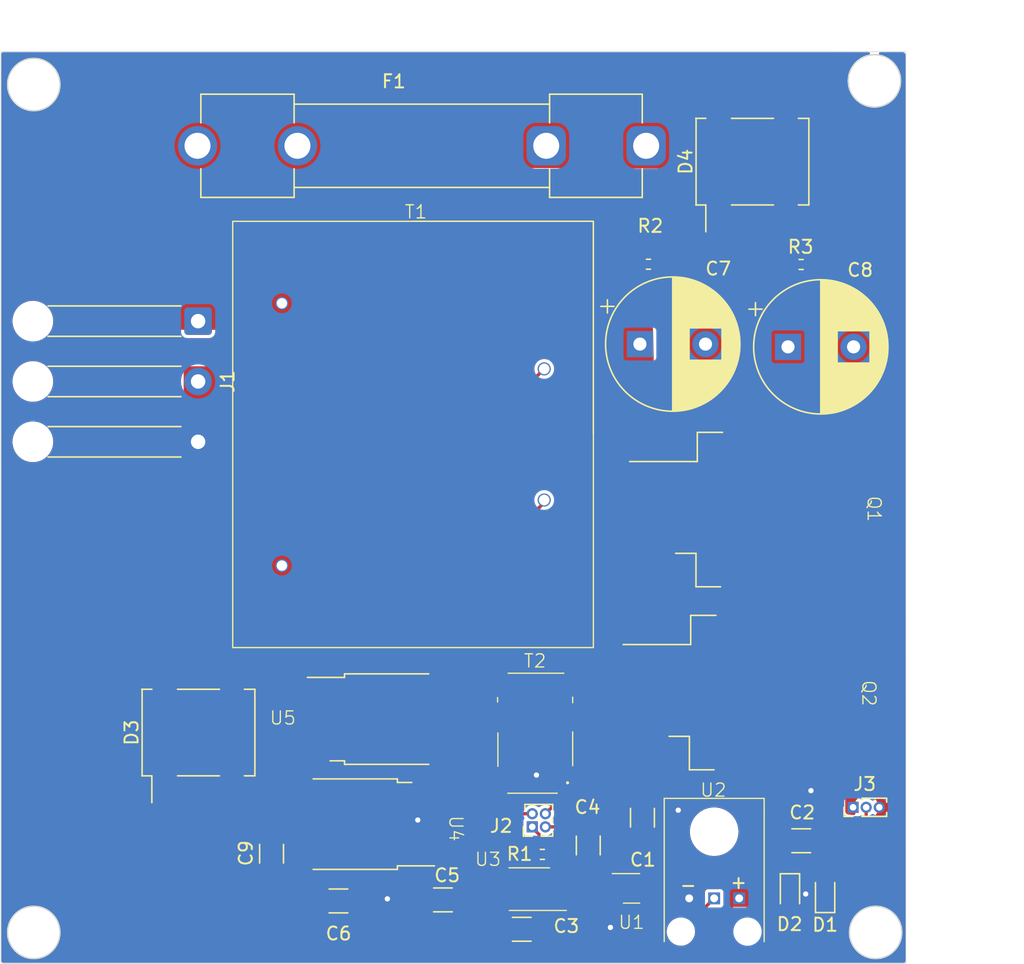
<source format=kicad_pcb>
(kicad_pcb (version 20221018) (generator pcbnew)
  (title_block (title "Tesla Coil") (date "2023-12-01") (comment 1 "Juan Felipe Osorio Franco") (comment 2 "Juan Daniel Gonzalez Gonzalez"))
  (layers (0 "F.Cu" signal) (31 "B.Cu" signal) (34 "B.Paste" user) (35 "F.Paste" user) (36 "B.SilkS" user "B.Silkscreen") (37 "F.SilkS" user "F.Silkscreen") (38 "B.Mask" user) (39 "F.Mask" user) (44 "Edge.Cuts" user))
  (net 0 "")
  (net 1 "+5V")
  (net 2 "GND")
  (net 3 "+15V")
  (net 4 "Net-(U3-OUTA)")
  (net 5 "Net-(J2-Pin_3)")
  (net 6 "VOUT")
  (net 7 "Net-(D4-+)")
  (net 8 "Net-(J3-Pin_3)")
  (net 9 "Net-(D4--)")
  (net 10 "ANT")
  (net 11 "Net-(T1-SA)")
  (net 12 "Net-(T1-SB)")
  (net 13 "HOT")
  (net 14 "Net-(D4-Pad4)")
  (net 15 "NTRL")
  (net 16 "Net-(J2-Pin_1)")
  (net 17 "Net-(J2-Pin_2)")
  (net 18 "Net-(J2-Pin_4)")
  (net 19 "Net-(J3-Pin_1)")
  (net 20 "Net-(Q1-Pad1)")
  (net 21 "Net-(Q2-Pad1)")
  (net 22 "Net-(U3-OUTB)")
  (net 23 "Net-(U1-1Y)")
  (net 24 "Net-(U1-2Y)")
  (net 25 "Net-(U2-OUT)")
  (footprint "TeslaCoil_JDG:AS3010-U-0100-120-S" (layer "F.Cu") (at 104.42 82.18)
    (fp_text reference "T1" (at 0.22 -16.97 unlocked) (layer "F.SilkS") (effects (font (thickness 0.1))))
    (fp_text value "Transformer_1P_1S" hide)
    (pad "1" thru_hole circle (at -10 -10) (size 1 1) (drill 0.8) (layers "*.Cu" "*.Mask") (net 13 "HOT"))
    (pad "2" thru_hole circle (at -10 10) (size 1 1) (drill 0.8) (layers "*.Cu" "*.Mask") (net 15 "NTRL"))
    (pad "3" thru_hole circle (at 10 5) (size 1 1) (drill 0.8) (layers "*.Cu" "*.Mask") (net 11 "Net-(T1-SA)"))
    (pad "4" thru_hole circle (at 10 -5) (size 1 1) (drill 0.8) (layers "*.Cu" "*.Mask") (net 12 "Net-(T1-SB)"))
  )
  (footprint "Diode_SMD:Diode_Bridge_Vishay_DFS" (layer "F.Cu") (at 130.3 61.38 90)
    (fp_text reference "D4" (at 0 -5.1 90) (layer "F.SilkS"))
    (fp_text value "DF206S-G")
    (pad "1" smd rect (at -4.37 -2.55 90) (size 2 1.5) (layers "F.Cu" "F.Paste" "F.Mask") (net 7 "Net-(D4-+)"))
    (pad "2" smd rect (at -4.37 2.55 90) (size 2 1.5) (layers "F.Cu" "F.Paste" "F.Mask") (net 9 "Net-(D4--)"))
    (pad "3" smd rect (at 4.37 2.55 90) (size 2 1.5) (layers "F.Cu" "F.Paste" "F.Mask") (net 13 "HOT"))
    (pad "4" smd rect (at 4.37 -2.55 90) (size 2 1.5) (layers "F.Cu" "F.Paste" "F.Mask") (net 14 "Net-(D4-Pad4)"))
  )
  (footprint "Capacitor_SMD:C_1206_3216Metric" (layer "F.Cu") (at 106.7 117.67)
    (fp_text reference "C5" (at 0.32 -1.87) (layer "F.SilkS"))
    (fp_text value "100u" hide)
    (pad "1" smd roundrect (at -1.475 0) (size 1.15 1.8) (layers "F.Cu" "F.Paste" "F.Mask") (roundrect_rratio 0.2173913043) (net 6 "VOUT"))
    (pad "2" smd roundrect (at 1.475 0) (size 1.15 1.8) (layers "F.Cu" "F.Paste" "F.Mask") (roundrect_rratio 0.2173913043) (net 2 "GND"))
  )
  (footprint "Connector_PinHeader_1.00mm:PinHeader_1x03_P1.00mm_Vertical" (layer "F.Cu") (at 137.97 110.61 90)
    (fp_text reference "J3" (at 1.77 0.89 180) (layer "F.SilkS"))
    (fp_text value "Conn_01x03_Pin" hide)
    (pad "1" thru_hole rect (at 0 0 90) (size 0.85 0.85) (drill 0.5) (layers "*.Cu" "*.Mask") (net 19 "Net-(J3-Pin_1)"))
    (pad "2" thru_hole oval (at 0 1 90) (size 0.85 0.85) (drill 0.5) (layers "*.Cu" "*.Mask") (net 10 "ANT"))
    (pad "3" thru_hole oval (at 0 2 90) (size 0.85 0.85) (drill 0.5) (layers "*.Cu" "*.Mask") (net 8 "Net-(J3-Pin_3)"))
  )
  (footprint "Connector_PinHeader_1.00mm:PinHeader_2x02_P1.00mm_Vertical" (layer "F.Cu") (at 113.51 112.1 90)
    (fp_text reference "J2" (at 0.07 -2.37) (layer "F.SilkS"))
    (fp_text value "Conn_02x02_Counter_Clockwise" hide)
    (pad "1" thru_hole rect (at 0 0 90) (size 0.85 0.85) (drill 0.5) (layers "*.Cu" "*.Mask") (net 16 "Net-(J2-Pin_1)"))
    (pad "2" thru_hole oval (at 1 0 90) (size 0.85 0.85) (drill 0.5) (layers "*.Cu" "*.Mask") (net 17 "Net-(J2-Pin_2)"))
    (pad "3" thru_hole oval (at 0 1 90) (size 0.85 0.85) (drill 0.5) (layers "*.Cu" "*.Mask") (net 5 "Net-(J2-Pin_3)"))
    (pad "4" thru_hole oval (at 1 1 90) (size 0.85 0.85) (drill 0.5) (layers "*.Cu" "*.Mask") (net 18 "Net-(J2-Pin_4)"))
  )
  (footprint "TeslaCoil_JDG:STGB19NC60KDT4" (layer "F.Cu") (at 129.4425 87.895)
    (fp_text reference "Q1" (at 10.1375 -0.035 -90 unlocked) (layer "F.SilkS") (effects (font (thickness 0.1))))
    (fp_text value "~" hide)
    (pad "1" smd roundrect (at -6.7125 -2.565) (size 3.5 1.6) (layers "F.Cu" "F.Paste" "F.Mask") (roundrect_rratio 0.227273125) (net 20 "Net-(Q1-Pad1)"))
    (pad "2" smd roundrect (at 3.5625 -0.025) (size 9.75 12.2) (layers "F.Cu" "F.Mask") (roundrect_rratio 0.026596) (net 7 "Net-(D4-+)"))
    (pad "3" smd roundrect (at -6.7125 2.515) (size 3.5 1.6) (layers "F.Cu" "F.Paste" "F.Mask") (roundrect_rratio 0.227273125) (net 19 "Net-(J3-Pin_1)"))
  )
  (footprint "Capacitor_SMD:C_1206_3216Metric" (layer "F.Cu") (at 112.71 119.91)
    (fp_text reference "C3" (at 3.4 -0.24 180) (layer "F.SilkS"))
    (fp_text value "1u" hide)
    (pad "1" smd roundrect (at -1.475 0) (size 1.15 1.8) (layers "F.Cu" "F.Paste" "F.Mask") (roundrect_rratio 0.2173913043) (net 3 "+15V"))
    (pad "2" smd roundrect (at 1.475 0) (size 1.15 1.8) (layers "F.Cu" "F.Paste" "F.Mask") (roundrect_rratio 0.2173913043) (net 2 "GND"))
  )
  (footprint "Capacitor_SMD:C_1206_3216Metric" (layer "F.Cu") (at 117.78 113.52 90)
    (fp_text reference "C4" (at 2.92 -0.06 180) (layer "F.SilkS"))
    (fp_text value "1u" hide)
    (pad "1" smd roundrect (at -1.475 0 90) (size 1.15 1.8) (layers "F.Cu" "F.Paste" "F.Mask") (roundrect_rratio 0.2173913043) (net 4 "Net-(U3-OUTA)"))
    (pad "2" smd roundrect (at 1.475 0 90) (size 1.15 1.8) (layers "F.Cu" "F.Paste" "F.Mask") (roundrect_rratio 0.2173913043) (net 5 "Net-(J2-Pin_3)"))
  )
  (footprint "Resistor_SMD:R_0402_1005Metric" (layer "F.Cu") (at 114.28 114.2)
    (fp_text reference "R1" (at -1.74 -0.03) (layer "F.SilkS"))
    (fp_text value "4.7" hide)
    (pad "1" smd roundrect (at -0.51 0) (size 0.54 0.64) (layers "F.Cu" "F.Paste" "F.Mask") (net 22 "Net-(U3-OUTB)"))
    (pad "2" smd roundrect (at 0.51 0) (size 0.54 0.64) (layers "F.Cu" "F.Paste" "F.Mask") (net 16 "Net-(J2-Pin_1)"))
  )
  (footprint "Fuse:Fuseholder_Clip-6.3x32mm_Littelfuse_102_122_Inline_P34.21x7.62mm_D1.98mm_Horizontal" (layer "F.Cu") (at 122.195 60.17 180)
    (fp_text reference "F1" (at 19.245 4.91) (layer "F.SilkS"))
    (fp_text value "4A")
    (pad "1" thru_hole roundrect (at 0 0 180) (size 3 3) (drill 1.98) (layers "*.Cu" "*.Mask") (net 14 "Net-(D4-Pad4)"))
    (pad "1" thru_hole roundrect (at 7.62 0 180) (size 3 3) (drill 1.98) (layers "*.Cu" "*.Mask") (net 14 "Net-(D4-Pad4)"))
    (pad "2" thru_hole circle (at 26.59 0 180) (size 3 3) (drill 1.98) (layers "*.Cu" "*.Mask") (net 15 "NTRL"))
    (pad "2" thru_hole circle (at 34.21 0 180) (size 3 3) (drill 1.98) (layers "*.Cu" "*.Mask") (net 15 "NTRL"))
  )
  (footprint "TeslaCoil_JDG:L7805ABD2T-TR" (layer "F.Cu") (at 100.965 111.895 180)
    (fp_text reference "U4" (at -6.725 -0.335 270 unlocked) (layer "F.SilkS") (effects (font (thickness 0.1))))
    (fp_text value "7815L" hide)
    (pad "1" smd roundrect (at -3.99 -2.286 180) (size 2.8 1.5) (layers "F.Cu" "F.Paste" "F.Mask") (roundrect_rratio 0.2083333333) (net 6 "VOUT"))
    (pad "2" smd roundrect (at 2.26 0 180) (size 6.1 6.3) (layers "F.Cu" "F.Mask") (roundrect_rratio 0.04310295082) (net 2 "GND"))
    (pad "3" smd roundrect (at -3.99 2.286 180) (size 2.8 1.5) (layers "F.Cu" "F.Paste" "F.Mask") (roundrect_rratio 0.2083333333) (net 3 "+15V"))
  )
  (footprint "TeslaCoil_JDG:SN74LVC2G14-Q1" (layer "F.Cu") (at 121.08 116.84 -90)
    (fp_text reference "U1" (at 2.54 0 unlocked) (layer "F.SilkS") (effects (font (thickness 0.1))))
    (fp_text value "~" hide)
    (pad "1" smd rect (at -0.65 1.1 270) (size 0.35 0.85) (layers "F.Cu" "F.Paste" "F.Mask") (net 10 "ANT"))
    (pad "2" smd rect (at 0 1.1 270) (size 0.35 0.85) (layers "F.Cu" "F.Paste" "F.Mask") (net 2 "GND"))
    (pad "3" smd rect (at 0.65 1.1 270) (size 0.35 0.85) (layers "F.Cu" "F.Paste" "F.Mask") (net 23 "Net-(U1-1Y)"))
    (pad "4" smd rect (at 0.65 -1.1 270) (size 0.35 0.85) (layers "F.Cu" "F.Paste" "F.Mask") (net 24 "Net-(U1-2Y)"))
    (pad "5" smd rect (at 0 -1.1 270) (size 0.35 0.85) (layers "F.Cu" "F.Paste" "F.Mask") (net 1 "+5V"))
    (pad "6" smd rect (at -0.65 -1.1 270) (size 0.35 0.85) (layers "F.Cu" "F.Paste" "F.Mask") (net 23 "Net-(U1-1Y)"))
  )
  (footprint "Capacitor_SMD:C_1206_3216Metric" (layer "F.Cu") (at 98.73 117.75)
    (fp_text reference "C6" (at 0.01 2.49) (layer "F.SilkS"))
    (fp_text value "100u" hide)
    (pad "1" smd roundrect (at -1.475 0) (size 1.15 1.8) (layers "F.Cu" "F.Paste" "F.Mask") (roundrect_rratio 0.2173913043) (net 3 "+15V"))
    (pad "2" smd roundrect (at 1.475 0) (size 1.15 1.8) (layers "F.Cu" "F.Paste" "F.Mask") (roundrect_rratio 0.2173913043) (net 2 "GND"))
  )
  (footprint "Resistor_SMD:R_0402_1005Metric" (layer "F.Cu") (at 134.01 69.22)
    (fp_text reference "R3" (at -0.04 -1.34) (layer "F.SilkS"))
    (fp_text value "100k" hide)
    (pad "1" smd roundrect (at -0.51 0) (size 0.54 0.64) (layers "F.Cu" "F.Paste" "F.Mask") (net 8 "Net-(J3-Pin_3)"))
    (pad "2" smd roundrect (at 0.51 0) (size 0.54 0.64) (layers "F.Cu" "F.Paste" "F.Mask") (net 9 "Net-(D4--)"))
  )
  (footprint "Diode_SMD:D_0603_1608Metric" (layer "F.Cu") (at 135.84 117.15 90)
    (fp_text reference "D1" (at -2.42 0 180) (layer "F.SilkS"))
    (fp_text value "D" hide)
    (pad "1" smd roundrect (at -0.7875 0 90) (size 0.875 0.95) (layers "F.Cu" "F.Paste" "F.Mask") (net 1 "+5V"))
    (pad "2" smd roundrect (at 0.7875 0 90) (size 0.875 0.95) (layers "F.Cu" "F.Paste" "F.Mask") (net 10 "ANT"))
  )
  (footprint "Capacitor_SMD:C_1206_3216Metric" (layer "F.Cu") (at 93.63 114.15 -90)
    (fp_text reference "C9" (at -0.04 1.96 -90) (layer "F.SilkS"))
    (fp_text value "100u" hide)
    (pad "1" smd roundrect (at -1.475 0 270) (size 1.15 1.8) (layers "F.Cu" "F.Paste" "F.Mask") (roundrect_rratio 0.2173913043) (net 1 "+5V"))
    (pad "2" smd roundrect (at 1.475 0 270) (size 1.15 1.8) (layers "F.Cu" "F.Paste" "F.Mask") (roundrect_rratio 0.2173913043) (net 2 "GND"))
  )
  (footprint "TeslaCoil_JDG:UCC27425" (layer "F.Cu") (at 113.26 116.925 180)
    (fp_text reference "U3" (at 3.13 2.345 unlocked) (layer "F.SilkS") (effects (font (thickness 0.1))))
    (fp_text value "~" hide)
    (pad "1" smd roundrect (at -2.2 -0.955 270) (size 0.45 1.4) (layers "*.Mask" "F.Cu" "F.Paste") (net 25 "Net-(U2-OUT)"))
    (pad "2" smd roundrect (at -2.2 -0.305 270) (size 0.45 1.4) (layers "*.Mask" "F.Cu" "F.Paste") (net 24 "Net-(U1-2Y)"))
    (pad "3" smd roundrect (at -2.2 0.345 270) (size 0.45 1.4) (layers "F.Cu" "F.Paste" "F.Mask") (net 2 "GND"))
    (pad "4" smd roundrect (at -2.2 0.995 270) (size 0.45 1.4) (layers "*.Mask" "F.Cu" "F.Paste") (net 24 "Net-(U1-2Y)"))
    (pad "5" smd roundrect (at 2.2 0.995 270) (size 0.45 1.4) (layers "*.Mask" "F.Cu" "F.Paste") (net 22 "Net-(U3-OUTB)"))
    (pad "6" smd roundrect (at 2.2 0.345 270) (size 0.45 1.4) (layers "*.Mask" "F.Cu" "F.Paste") (net 3 "+15V"))
    (pad "7" smd roundrect (at 2.2 -0.305 270) (size 0.45 1.4) (layers "*.Mask" "F.Cu" "F.Paste") (net 4 "Net-(U3-OUTA)"))
    (pad "8" smd roundrect (at 2.2 -0.955 270) (size 0.45 1.4) (layers "F.Cu" "F.Paste" "B.Mask") (net 25 "Net-(U2-OUT)"))
  )
  (footprint "Capacitor_THT:CP_Radial_D10.0mm_P5.00mm" (layer "F.Cu") (at 121.72 75.29)
    (fp_text reference "C7" (at 5.97 -5.75) (layer "F.SilkS"))
    (fp_text value "47u" hide)
    (pad "1" thru_hole rect (at 0 0) (size 2 2) (drill 1) (layers "*.Cu" "*.Mask") (net 7 "Net-(D4-+)"))
    (pad "2" thru_hole circle (at 5 0) (size 2 2) (drill 1) (layers "*.Cu" "*.Mask") (net 8 "Net-(J3-Pin_3)"))
  )
  (footprint "TeslaCoil_JDG:L7805ABD2T-TR" (layer "F.Cu") (at 101.455 103.885)
    (fp_text reference "U5" (at -6.965 -0.085 unlocked) (layer "F.SilkS") (effects (font (thickness 0.1))))
    (fp_text value "78L05Z" hide)
    (pad "1" smd roundrect (at -3.99 -2.286) (size 2.8 1.5) (layers "F.Cu" "F.Paste" "F.Mask") (roundrect_rratio 0.2083333333) (net 6 "VOUT"))
    (pad "2" smd roundrect (at 2.26 0) (size 6.1 6.3) (layers "F.Cu" "F.Mask") (roundrect_rratio 0.04310295082) (net 2 "GND"))
    (pad "3" smd roundrect (at -3.99 2.286) (size 2.8 1.5) (layers "F.Cu" "F.Paste" "F.Mask") (roundrect_rratio 0.2083333333) (net 1 "+5V"))
  )
  (footprint "TeslaCoil_JDG:STGB19NC60KDT4" (layer "F.Cu") (at 128.94 101.85)
    (fp_text reference "Q2" (at 10.24 0.06 -90 unlocked) (layer "F.SilkS") (effects (font (thickness 0.1))))
    (fp_text value "~" hide)
    (pad "1" smd roundrect (at -6.7125 -2.565) (size 3.5 1.6) (layers "F.Cu" "F.Paste" "F.Mask") (roundrect_rratio 0.227273125) (net 21 "Net-(Q2-Pad1)"))
    (pad "2" smd roundrect (at 3.5625 -0.025) (size 9.75 12.2) (layers "F.Cu" "F.Mask") (roundrect_rratio 0.026596) (net 19 "Net-(J3-Pin_1)"))
    (pad "3" smd roundrect (at -6.7125 2.515) (size 3.5 1.6) (layers "F.Cu" "F.Paste" "F.Mask") (roundrect_rratio 0.227273125) (net 9 "Net-(D4--)"))
  )
  (footprint "Capacitor_THT:CP_Radial_D10.0mm_P5.00mm" (layer "F.Cu") (at 133.01 75.5)
    (fp_text reference "C8" (at 5.5 -5.86) (layer "F.SilkS"))
    (fp_text value "47u" hide)
    (pad "1" thru_hole rect (at 0 0) (size 2 2) (drill 1) (layers "*.Cu" "*.Mask") (net 8 "Net-(J3-Pin_3)"))
    (pad "2" thru_hole circle (at 5 0) (size 2 2) (drill 1) (layers "*.Cu" "*.Mask") (net 9 "Net-(D4--)"))
  )
  (footprint "Resistor_SMD:R_0402_1005Metric" (layer "F.Cu") (at 122.37 69.2)
    (fp_text reference "R2" (at 0.14 -2.92) (layer "F.SilkS"))
    (fp_text value "100K" hide)
    (pad "1" smd roundrect (at -0.51 0) (size 0.54 0.64) (layers "F.Cu" "F.Paste" "F.Mask") (net 7 "Net-(D4-+)"))
    (pad "2" smd roundrect (at 0.51 0) (size 0.54 0.64) (layers "F.Cu" "F.Paste" "F.Mask") (net 8 "Net-(J3-Pin_3)"))
  )
  (footprint "Diode_SMD:D_0603_1608Metric" (layer "F.Cu") (at 133.16 117.16 -90)
    (fp_text reference "D2" (at 2.36 0.03 -180) (layer "F.SilkS"))
    (fp_text value "D" hide)
    (pad "1" smd roundrect (at -0.7875 0 270) (size 0.875 0.95) (layers "F.Cu" "F.Paste" "F.Mask") (net 10 "ANT"))
    (pad "2" smd roundrect (at 0.7875 0 270) (size 0.875 0.95) (layers "F.Cu" "F.Paste" "F.Mask") (net 2 "GND"))
  )
  (footprint "Diode_SMD:Diode_Bridge_Vishay_DFS" (layer "F.Cu") (at 88.06 104.91 90)
    (fp_text reference "D3" (at 0 -5.1 90) (layer "F.SilkS"))
    (fp_text value "DF005s" hide)
    (pad "1" smd rect (at -4.37 -2.55 90) (size 2 1.5) (layers "F.Cu" "F.Paste" "F.Mask") (net 6 "VOUT"))
    (pad "2" smd rect (at -4.37 2.55 90) (size 2 1.5) (layers "F.Cu" "F.Paste" "F.Mask") (net 2 "GND"))
    (pad "3" smd rect (at 4.37 2.55 90) (size 2 1.5) (layers "F.Cu" "F.Paste" "F.Mask") (net 11 "Net-(T1-SA)"))
    (pad "4" smd rect (at 4.37 -2.55 90) (size 2 1.5) (layers "F.Cu" "F.Paste" "F.Mask") (net 12 "Net-(T1-SB)"))
  )
  (footprint "Connector_Wire:SolderWire-0.5sqmm_1x03_P4.6mm_D0.9mm_OD2.1mm_Relief" (layer "F.Cu") (at 88.03 73.54 -90)
    (fp_text reference "J1" (at 4.6 -2.25 90) (layer "F.SilkS"))
    (fp_text value "Conn_01x03_Pin")
    (pad "" np_thru_hole circle (at 0 12.6 270) (size 2.6 2.6) (drill 2.6) (layers "*.Cu" "*.Mask"))
    (pad "" np_thru_hole circle (at 4.6 12.6 270) (size 2.6 2.6) (drill 2.6) (layers "*.Cu" "*.Mask"))
    (pad "" np_thru_hole circle (at 9.2 12.6 270) (size 2.6 2.6) (drill 2.6) (layers "*.Cu" "*.Mask"))
    (pad "1" thru_hole circle (at 4.6 0 270) (size 2.1 2.1) (drill 1.1) (layers "*.Cu" "*.Mask") (net 13 "HOT"))
    (pad "2" thru_hole circle (at 9.2 0 270) (size 2.1 2.1) (drill 1.1) (layers "*.Cu" "*.Mask") (net 2 "GND"))
    (pad "3" thru_hole roundrect (at 0 0 270) (size 2.1 2.1) (drill 1.1) (layers "*.Cu" "*.Mask") (roundrect_rratio 0.1190480952) (net 15 "NTRL"))
  )
  (footprint "Capacitor_SMD:C_1206_3216Metric" (layer "F.Cu") (at 134.02 113.16)
    (fp_text reference "C2" (at 0.07 -2.15) (layer "F.SilkS"))
    (fp_text value "1u" hide)
    (pad "1" smd roundrect (at -1.475 0) (size 1.15 1.8) (layers "F.Cu" "F.Paste" "F.Mask") (roundrect_rratio 0.2173913043) (net 1 "+5V"))
    (pad "2" smd roundrect (at 1.475 0) (size 1.15 1.8) (layers "F.Cu" "F.Paste" "F.Mask") (roundrect_rratio 0.2173913043) (net 2 "GND"))
  )
  (footprint "Capacitor_SMD:C_1206_3216Metric" (layer "F.Cu") (at 121.91 111.4 90)
    (fp_text reference "C1" (at -3.21 0.03 180) (layer "F.SilkS"))
    (fp_text value "1u" hide)
    (pad "1" smd roundrect (at -1.475 0 90) (size 1.15 1.8) (layers "F.Cu" "F.Paste" "F.Mask") (roundrect_rratio 0.2173913043) (net 1 "+5V"))
    (pad "2" smd roundrect (at 1.475 0 90) (size 1.15 1.8) (layers "F.Cu" "F.Paste" "F.Mask") (roundrect_rratio 0.2173913043) (net 2 "GND"))
  )
  (footprint "TeslaCoil_JDG:IF-D95T" (layer "F.Cu") (at 127.367418 115.410448 180)
    (fp_text reference "U2" (at 0.047418 6.110448 unlocked) (layer "F.SilkS") (effects (font (thickness 0.1))))
    (fp_text value "~" hide)
    (fp_text user "-" (at 1.247418 -0.687052 180 unlocked) (layer "F.SilkS") (effects (justify left bottom)))
    (fp_text user "+" (at -2.592582 -0.467052 180 unlocked) (layer "F.SilkS") (effects (justify left bottom)))
    (pad "" np_thru_hole circle (at -2.552582 -4.679552 180) (size 1.65 1.65) (drill 1.65) (layers "F&B.Cu" "*.Mask"))
    (pad "" np_thru_hole circle (at -0.012582 2.940448 180) (size 3.2 3.2) (drill 3.2) (layers "F&B.Cu" "*.Mask"))
    (pad "" np_thru_hole circle (at 2.527418 -4.679552 180) (size 1.65 1.65) (drill 1.65) (layers "F&B.Cu" "*.Mask"))
    (pad "1" thru_hole rect (at -1.917582 -2.139552 180) (size 0.9 0.9) (drill 0.6) (layers "*.Cu" "*.Mask") (net 1 "+5V"))
    (pad "2" thru_hole rect (at -0.012582 -2.139552 180) (size 0.9 0.9) (drill 0.6) (layers "*.Cu" "*.Mask") (net 25 "Net-(U2-OUT)"))
    (pad "3" thru_hole rect (at 1.892418 -2.139552 180) (size 0.9 0.9) (drill 0.6) (layers "*.Cu" "*.Mask") (net 2 "GND"))
  )
  (footprint "TeslaCoil_JDG:PA2002NL" (layer "F.Cu") (at 113.74 104.96 90)
    (fp_text reference "T2" (at 5.51 -0.02 unlocked) (layer "F.SilkS") (effects (font (thickness 0.1))))
    (fp_text value "~" hide)
    (pad "1" smd rect (at -3.81 3.49 90) (size 1.52 1.27) (layers "F.Cu" "F.Paste" "F.Mask") (net 18 "Net-(J2-Pin_4)"))
    (pad "3" smd rect (at 1.27 3.49 90) (size 1.52 1.27) (layers "F.Cu" "F.Paste") (net 19 "Net-(J3-Pin_1)"))
    (pad "4" smd rect (at 3.81 3.49 90) (size 1.52 1.27) (layers "F.Cu" "F.Paste" "F.Mask") (net 21 "Net-(Q2-Pad1)"))
    (pad "5" smd rect (at 3.81 -3.49 90) (size 1.52 1.27) (layers "F.Cu" "F.Paste" "F.Mask") (net 9 "Net-(D4--)"))
    (pad "6" smd rect (at 1.27 -3.49 90) (size 1.52 1.27) (layers "F.Cu" "F.Paste") (net 20 "Net-(Q1-Pad1)"))
    (pad "8" smd rect (at -3.81 -3.49 90) (size 1.52 1.27) (layers "F.Cu" "F.Paste" "F.Mask") (net 17 "Net-(J2-Pin_2)"))
  )
  (gr_circle (center 139.69 120.15) (end 141.69 120.15) (stroke (width 0.1)) (fill none) (layer "Edge.Cuts"))
  (gr_circle (center 139.6 55.22) (end 141.6 55.22) (stroke (width 0.1)) (fill none) (layer "Edge.Cuts"))
  (gr_circle (center 75.5 120.15) (end 77.5 120.15) (stroke (width 0.1)) (fill none) (layer "Edge.Cuts"))
  (gr_rect (start 73 53) (end 142 122.5) (stroke (width 0.05)) (fill none) (layer "Edge.Cuts"))
  (gr_circle (center 75.5 55.5) (end 77.5 55.5) (stroke (width 0.1)) (fill none) (layer "Edge.Cuts"))
  (via (at 134.76 109.34) (size 0.8) (drill 0.4) (layers "F.Cu" "B.Cu") (net 2))
  (via (at 113.83 108.15) (size 0.8) (drill 0.4) (layers "F.Cu" "B.Cu") (net 2))
  (via (at 119.47 119.77) (size 0.8) (drill 0.4) (layers "F.Cu" "B.Cu") (net 2))
  (via (at 104.78 111.58) (size 0.8) (drill 0.4) (layers "F.Cu" "B.Cu") (net 2))
  (via (at 124.64 110.83) (size 0.8) (drill 0.4) (layers "F.Cu" "B.Cu") (net 2))
  (via (at 102.46 117.59) (size 0.8) (drill 0.4) (layers "F.Cu" "B.Cu") (net 2))
  (via (at 134.36 117.22) (size 0.8) (drill 0.4) (layers "F.Cu" "B.Cu") (net 2))
  (segment (start 113.963718 114.995) (end 113.53 115.428718) (width 0.25) (layer "F.Cu") (net 4))
  (segment (start 113.53 117.11) (end 113.41 117.23) (width 0.25) (layer "F.Cu") (net 4))
  (segment (start 113.53 115.428718) (end 113.53 117.11) (width 0.25) (layer "F.Cu") (net 4))
  (segment (start 117.78 114.995) (end 113.963718 114.995) (width 0.25) (layer "F.Cu") (net 4))
  (segment (start 113.41 117.23) (end 111.06 117.23) (width 0.25) (layer "F.Cu") (net 4))
  (segment (start 114.51 112.1) (end 117.725 112.1) (width 0.25) (layer "F.Cu") (net 5))
  (segment (start 117.725 112.1) (end 117.78 112.045) (width 0.25) (layer "F.Cu") (net 5))
  (segment (start 120.09 108.62) (end 119.89 108.82) (width 0.25) (layer "F.Cu") (net 10))
  (segment (start 138.97 113.2325) (end 138.97 110.61) (width 0.25) (layer "F.Cu") (net 10))
  (segment (start 133.0575 109.5175) (end 132.3075 109.5175) (width 0.25) (layer "F.Cu") (net 10))
  (segment (start 132.3075 109.5175) (end 131.41 108.62) (width 0.25) (layer "F.Cu") (net 10))
  (segment (start 133.445 115.265) (end 134.12 114.59) (width 0.25) (layer "F.Cu") (net 10))
  (segment (start 131.41 108.62) (end 120.09 108.62) (width 0.25) (layer "F.Cu") (net 10))
  (segment (start 134.12 114.59) (end 134.12 110.58) (width 0.25) (layer "F.Cu") (net 10))
  (segment (start 135.83 116.3725) (end 135.84 116.3625) (width 0.25) (layer "F.Cu") (net 10))
  (segment (start 119.98 108.91) (end 119.98 116.19) (width 0.25) (layer "F.Cu") (net 10))
  (segment (start 135.84 116.3625) (end 138.97 113.2325) (width 0.25) (layer "F.Cu") (net 10))
  (segment (start 133.16 116.3725) (end 135.83 116.3725) (width 0.25) (layer "F.Cu") (net 10))
  (segment (start 133.445 116.0875) (end 133.445 115.265) (width 0.25) (layer "F.Cu") (net 10))
  (segment (start 133.16 116.3725) (end 133.445 116.0875) (width 0.25) (layer "F.Cu") (net 10))
  (segment (start 119.89 108.82) (end 119.98 108.91) (width 0.25) (layer "F.Cu") (net 10))
  (segment (start 134.12 110.58) (end 133.0575 109.5175) (width 0.25) (layer "F.Cu") (net 10))
  (segment (start 114.42 87.37) (end 114.42 87.18) (width 0.25) (layer "F.Cu") (net 11))
  (segment (start 94.01 97.14) (end 104.65 97.14) (width 0.25) (layer "F.Cu") (net 11))
  (segment (start 90.61 100.54) (end 94.01 97.14) (width 0.25) (layer "F.Cu") (net 11))
  (segment (start 104.65 97.14) (end 114.42 87.37) (width 0.25) (layer "F.Cu") (net 11))
  (segment (start 110.71 85.82) (end 110.71 80.89) (width 0.25) (layer "F.Cu") (net 12))
  (segment (start 85.51 100.54) (end 89.36 96.69) (width 0.25) (layer "F.Cu") (net 12))
  (segment (start 89.36 96.69) (end 91.91 96.69) (width 0.25) (layer "F.Cu") (net 12))
  (segment (start 101.35 95.18) (end 110.71 85.82) (width 0.25) (layer "F.Cu") (net 12))
  (segment (start 93.42 95.18) (end 101.35 95.18) (width 0.25) (layer "F.Cu") (net 12))
  (segment (start 91.91 96.69) (end 93.42 95.18) (width 0.25) (layer "F.Cu") (net 12))
  (segment (start 110.71 80.89) (end 114.42 77.18) (width 0.25) (layer "F.Cu") (net 12))
  (segment (start 114.79 113.440661) (end 114.79 114.2) (width 0.25) (layer "F.Cu") (net 16))
  (segment (start 113.51 112.1) (end 113.51 112.160661) (width 0.25) (layer "F.Cu") (net 16))
  (segment (start 113.51 112.160661) (end 114.79 113.440661) (width 0.25) (layer "F.Cu") (net 16))
  (segment (start 110.25 108.97) (end 112.38 111.1) (width 0.25) (layer "F.Cu") (net 17))
  (segment (start 112.38 111.1) (end 113.51 111.1) (width 0.25) (layer "F.Cu") (net 17))
  (segment (start 110.25 108.77) (end 110.25 108.97) (width 0.25) (layer "F.Cu") (net 17))
  (segment (start 116.84 108.77) (end 117.23 108.77) (width 0.25) (layer "F.Cu") (net 18))
  (segment (start 114.51 111.1) (end 116.84 108.77) (width 0.25) (layer "F.Cu") (net 18))
  (segment (start 111.06 115.93) (end 112.04 115.93) (width 0.25) (layer "F.Cu") (net 22))
  (segment (start 112.04 115.93) (end 113.77 114.2) (width 0.25) (layer "F.Cu") (net 22))
  (segment (start 121.505 116.19) (end 122.18 116.19) (width 0.25) (layer "F.Cu") (net 23))
  (segment (start 119.98 117.49) (end 120.655 117.49) (width 0.25) (layer "F.Cu") (net 23))
  (segment (start 121.43 116.265) (end 121.505 116.19) (width 0.25) (layer "F.Cu") (net 23))
  (segment (start 121.43 116.715) (end 121.43 116.265) (width 0.25) (layer "F.Cu") (net 23))
  (segment (start 120.655 117.49) (end 121.43 116.715) (width 0.25) (layer "F.Cu") (net 23))
  (segment (start 115.46 115.93) (end 114.791282 115.93) (width 0.25) (layer "F.Cu") (net 24))
  (segment (start 114.435 116.925) (end 114.74 117.23) (width 0.25) (layer "F.Cu") (net 24))
  (segment (start 115.46 117.23) (end 117.69 117.23) (width 0.25) (layer "F.Cu") (net 24))
  (segment (start 114.74 117.23) (end 115.46 117.23) (width 0.25) (layer "F.Cu") (net 24))
  (segment (start 117.69 117.23) (end 118.45 117.99) (width 0.25) (layer "F.Cu") (net 24))
  (segment (start 114.435 116.286282) (end 114.435 116.925) (width 0.25) (layer "F.Cu") (net 24))
  (segment (start 121.68 117.99) (end 122.18 117.49) (width 0.25) (layer "F.Cu") (net 24))
  (segment (start 114.791282 115.93) (end 114.435 116.286282) (width 0.25) (layer "F.Cu") (net 24))
  (segment (start 118.45 117.99) (end 121.68 117.99) (width 0.25) (layer "F.Cu") (net 24))
  (segment (start 116.02 118.44) (end 115.46 117.88) (width 0.25) (layer "F.Cu") (net 25))
  (segment (start 111.06 117.88) (end 115.46 117.88) (width 0.25) (layer "F.Cu") (net 25))
  (segment (start 127.38 117.55) (end 126.49 118.44) (width 0.25) (layer "F.Cu") (net 25))
  (segment (start 126.49 118.44) (end 116.02 118.44) (width 0.25) (layer "F.Cu") (net 25))
  (zone (net 1) (net_name "+5V") (layer "F.Cu") (priority 1) (connect_pads yes (clearance 0.3)) (min_thickness 0.25) (fill yes (thermal_gap 0.5) (thermal_bridge_width 0.5) (smoothing fillet) (radius 0.25) (island_removal_mode 1) (island_area_min 10))
    (polygon (pts (xy 98.78 105.41) (xy 98.75 106.9) (xy 95.01 106.89) (xy 94.82 113.48) (xy 92.19 113.45) (xy 92.21 121.33) (xy 123.38 121.29) (xy 123.37 120.4) (xy 128.1 120.3) (xy 128.12 115.78) (xy 123.69 115.71) (xy 123.72 116.96) (xy 121.71 117.02) (xy 121.69 116.64) (xy 123.12 116.63) (xy 123.04 113.57) (xy 120.89 113.6) (xy 120.89 112.25) (xy 124.75 112.26) (xy 124.73 114.92) (xy 130.66 114.96) (xy 130.65 111.93) (xy 133.35 111.97) (xy 133.35 114.49) (xy 131.92 114.52) (xy 131.92 118.76) (xy 135.11 118.78) (xy 135.07 117.23) (xy 136.63 117.28) (xy 136.62 119.66) (xy 131.21 119.66) (xy 131.27 118.21) (xy 128.83 118.2) (xy 128.77 122.25) (xy 91.17 122.39) (xy 91.29 111.89) (xy 94.08 111.88) (xy 94.07 105.43)))
  )
  (zone (net 20) (net_name "Net-(Q1-Pad1)") (layer "F.Cu") (priority 1) (connect_pads yes (clearance 0.5)) (min_thickness 0.25) (fill yes (thermal_gap 0.5) (thermal_bridge_width 0.5) (smoothing fillet) (radius 0.25) (island_removal_mode 1) (island_area_min 10))
    (polygon (pts (xy 109.6 102.97) (xy 109.58 104.46) (xy 115.61 104.42) (xy 115.78 104.59) (xy 115.77 104.55) (xy 115.78 99.57) (xy 119.48 99.52) (xy 119.7 86.67) (xy 125.15 86.68) (xy 125.15 83.97) (xy 117.6 84.13) (xy 117.76 98.38) (xy 113.87 98.44) (xy 113.83 100.15) (xy 113.83 100.34) (xy 112.2 100.33) (xy 112.2 102.99)))
  )
  (zone (net 3) (net_name "+15V") (layer "F.Cu") (priority 1) (connect_pads yes (clearance 0.25)) (min_thickness 0.25) (fill yes (thermal_gap 0.5) (thermal_bridge_width 0.5) (smoothing fillet) (radius 0.25) (island_removal_mode 1) (island_area_min 10))
    (polygon (pts (xy 103.57 108.73) (xy 103.57 110.4) (xy 108.61 110.4) (xy 108.64 115.49) (xy 109.2 115.37) (xy 109.22 118.93) (xy 109.16 119.22) (xy 98.15 119.5) (xy 98.21 116.3) (xy 96.15 116.27) (xy 96.1 120.83) (xy 112.08 120.85) (xy 112.06 118.74) (xy 110.1 118.72) (xy 110.1 116.76) (xy 111.8 116.76) (xy 111.83 116.39) (xy 110.12 116.41) (xy 110.05 109.88) (xy 107.02 109.87) (xy 107 108.68)))
  )
  (zone (net 9) (net_name "Net-(D4--)") (layer "F.Cu") (priority 1) (connect_pads yes (clearance 0.5)) (min_thickness 0.25) (fill yes (thermal_gap 0.5) (thermal_bridge_width 0.5) (smoothing fillet) (radius 0.25) (island_removal_mode 1) (island_area_min 10))
    (polygon (pts (xy 123.99 103.37) (xy 124.02 106.31) (xy 108.05 106.32) (xy 108.05 99.34) (xy 108.25 96.42) (xy 112.14 96.34) (xy 115.23 96.32) (xy 115.27 66.43) (xy 118.542 66.38) (xy 118.602 62.89) (xy 134.38 62.8) (xy 134.35 67.61) (xy 135.5 67.59) (xy 135.52 70.26) (xy 139.9 70.33) (xy 139.91 77.29) (xy 136.73 77.23) (xy 136.69 71.53) (xy 134.32 71.52) (xy 134.3 68.33) (xy 131.71 68.37) (xy 131.66 63.95) (xy 119.76 63.95) (xy 119.8 68.2) (xy 118.01 68.18) (xy 117.31 68.23) (xy 116.9 97.77) (xy 111.81 97.81) (xy 111.68 100.07) (xy 111.67 100.08) (xy 111.64 102.19) (xy 109.01 102.22) (xy 109.01 105.29) (xy 119.97 105.29) (xy 119.97 103.45)))
  )
  (zone (net 21) (net_name "Net-(Q2-Pad1)") (layer "F.Cu") (priority 1) (connect_pads yes (clearance 0.5)) (min_thickness 0.25) (fill yes (thermal_gap 0.5) (thermal_bridge_width 0.5) (smoothing fillet) (radius 0.25) (island_removal_mode 1) (island_area_min 10))
    (polygon (pts (xy 116.35 100.07) (xy 116.34 102) (xy 118.07 101.96) (xy 118.08 100.38) (xy 124.45 100.41) (xy 124.43 98.03) (xy 120.28 98.12) (xy 120.3 100.12)))
  )
  (zone (net 8) (net_name "Net-(J3-Pin_3)") (layer "F.Cu") (priority 1) (connect_pads yes (clearance 0.5)) (min_thickness 0.25) (fill yes (thermal_gap 0.5) (thermal_bridge_width 0.5) (smoothing fillet) (radius 0.25) (island_removal_mode 1) (island_area_min 10))
    (polygon (pts (xy 122.682 68.73) (xy 124.95 68.71) (xy 124.97 73.97) (xy 132.294 73.89) (xy 132.42 68.91) (xy 133.76 68.9) (xy 133.758 69.533) (xy 133.086 69.526) (xy 133.096 73.66) (xy 136.04 73.9) (xy 136.09 79.35) (xy 140.68 79.35) (xy 140.66 111.49) (xy 139.65 111.49) (xy 139.59 80.5) (xy 134.3 80.5) (xy 134.33 76.91) (xy 124 76.92) (xy 124 73.61) (xy 123.952 69.596) (xy 122.682 69.596)))
  )
  (zone (net 14) (net_name "Net-(D4-Pad4)") (layer "F.Cu") (priority 1) (connect_pads yes (clearance 0.5)) (min_thickness 0.25) (fill yes (thermal_gap 0.5) (thermal_bridge_width 0.5) (smoothing fillet) (radius 0.25) (island_removal_mode 1) (island_area_min 10))
    (polygon (pts (xy 112.41 58.32) (xy 112.41 61.862) (xy 125.12 61.912) (xy 125.17 58.5) (xy 129.13 58.48) (xy 129.13 55.92) (xy 112.37 55.96)))
  )
  (zone (net 19) (net_name "Net-(J3-Pin_1)") (layer "F.Cu") (priority 1) (connect_pads yes (clearance 0.5)) (min_thickness 0.25) (fill yes (thermal_gap 0.5) (thermal_bridge_width 0.5) (smoothing fillet) (radius 0.25) (island_removal_mode 1) (island_area_min 10))
    (polygon (pts (xy 116.58 102.5) (xy 116.51 104.68) (xy 118.27 104.61) (xy 118.29 102.9) (xy 127.15 102.82) (xy 127.18 107.99) (xy 137.36 107.96) (xy 137.38 111.14) (xy 138.39 111.24) (xy 138.44 108.1) (xy 137.95 107.98) (xy 137.92 95.32) (xy 124.94 95.09) (xy 124.83 88.68) (xy 120.62 88.79) (xy 120.65 95.44) (xy 120.66 96.36) (xy 125.63 96.36) (xy 125.62 101.92) (xy 118.73 101.92) (xy 118.65 102.51)))
  )
  (zone (net 13) (net_name "HOT") (layer "F.Cu") (priority 1) (connect_pads yes (clearance 0.5)) (min_thickness 0.25) (fill yes (thermal_gap 0.5) (thermal_bridge_width 0.5) (smoothing fillet) (radius 0.25) (island_removal_mode 1) (island_area_min 10))
    (polygon (pts (xy 86.93 76.98) (xy 86.93 79.59) (xy 96.5 79.58) (xy 96.46 66.54) (xy 111.26 66.62) (xy 111.36 55.86) (xy 111.36 55.122) (xy 131.31 55.082) (xy 131.32 58.22) (xy 134.34 58.18) (xy 134.33 53.45) (xy 109.27 53.58) (xy 109.23 64.8) (xy 94.27 64.87) (xy 94.29 70.45) (xy 92.85 70.45) (xy 92.9 76.98)))
  )
  (zone (net 15) (net_name "NTRL") (layer "F.Cu") (priority 1) (connect_pads yes (clearance 0.5)) (min_thickness 0.25) (fill yes (thermal_gap 0.5) (thermal_bridge_width 0.5) (smoothing fillet) (radius 0.25) (island_removal_mode 1) (island_area_min 10))
    (polygon (pts (xy 86.81 74.2) (xy 89.55 74.2) (xy 89.53 62.06) (xy 97.5 62.06) (xy 97.48 58.29) (xy 86.23 58.31) (xy 86.21 70.99) (xy 83.88 71.02) (xy 83.8 93.24) (xy 95.53 93.24) (xy 95.53 91.04) (xy 86.23 91.07) (xy 86.28 74.19)))
  )
  (zone (net 7) (net_name "Net-(D4-+)") (layer "F.Cu") (priority 1) (connect_pads yes (clearance 0.5)) (min_thickness 0.25) (fill yes (thermal_gap 0.5) (thermal_bridge_width 0.5) (smoothing fillet) (radius 0.25) (island_removal_mode 1) (island_area_min 10))
    (polygon (pts (xy 129.08 68.19) (xy 129.05 64.748) (xy 126.14 64.748) (xy 126.21 67.18) (xy 120.34 67.23) (xy 119.98 83.33) (xy 127.67 83.27) (xy 127.76 94.32) (xy 138.04 94.36) (xy 138.05 81.27) (xy 122.888 81.27) (xy 122.708 73.89) (xy 122 73.84) (xy 122.18 68.052) (xy 124.96 68.072) (xy 124.93 68.24)))
  )
  (zone (net 6) (net_name "VOUT") (layer "F.Cu") (priority 1) (connect_pads yes (clearance 0.5)) (min_thickness 0.25) (fill yes (thermal_gap 0.5) (thermal_bridge_width 0.5) (smoothing fillet) (radius 0.25) (island_removal_mode 1) (island_area_min 10))
    (polygon (pts (xy 84.51 110.41) (xy 86.47 110.41) (xy 86.51 103.3) (xy 99.05 103.34) (xy 99.37 103.29) (xy 99.45 108.16) (xy 102.11 108.18) (xy 102.09 115.53) (xy 104.49 115.55) (xy 104.49 118.64) (xy 105.85 118.64) (xy 105.88 115.19) (xy 106.51 115.18) (xy 106.48 113.09) (xy 103.05 113.09) (xy 103.06 107.42) (xy 100.24 107.41) (xy 100.29 100.37) (xy 95.18 100.37) (xy 95.16 101.8) (xy 95.16 101.98) (xy 84.61 102.02)))
  )
  (zone (net 2) (net_name "GND") (layers "F&B.Cu") (connect_pads yes (clearance 0.25)) (min_thickness 0.25) (fill yes (thermal_gap 0.5) (thermal_bridge_width 0.5) (smoothing fillet) (radius 0.25))
    (polygon (pts (xy 73 53.01) (xy 73 122.49) (xy 142 122.5) (xy 141.98 53.02)))
  )
)
</source>
